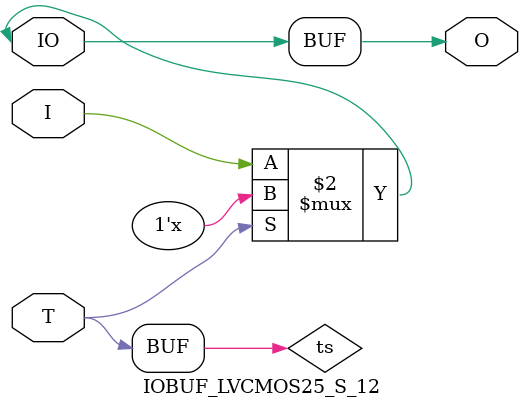
<source format=v>

/*

FUNCTION	: INPUT TRI-STATE OUTPUT BUFFER

*/

`celldefine
`timescale  100 ps / 10 ps

module IOBUF_LVCMOS25_S_12 (O, IO, I, T);

    output O;

    inout  IO;

    input  I, T;

    or O1 (ts, 1'b0, T);
    bufif0 T1 (IO, I, ts);

    buf B1 (O, IO);

endmodule

</source>
